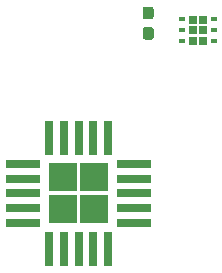
<source format=gtp>
G04 #@! TF.GenerationSoftware,KiCad,Pcbnew,(5.1.7)-1*
G04 #@! TF.CreationDate,2021-11-12T18:57:48+01:00*
G04 #@! TF.ProjectId,CO2-Breakout,434f322d-4272-4656-916b-6f75742e6b69,rev?*
G04 #@! TF.SameCoordinates,Original*
G04 #@! TF.FileFunction,Paste,Top*
G04 #@! TF.FilePolarity,Positive*
%FSLAX46Y46*%
G04 Gerber Fmt 4.6, Leading zero omitted, Abs format (unit mm)*
G04 Created by KiCad (PCBNEW (5.1.7)-1) date 2021-11-12 18:57:48*
%MOMM*%
%LPD*%
G01*
G04 APERTURE LIST*
%ADD10R,0.660000X0.730000*%
%ADD11R,0.630000X0.450000*%
%ADD12R,2.400000X2.400000*%
%ADD13R,0.800000X3.000000*%
%ADD14R,3.000000X0.800000*%
G04 APERTURE END LIST*
G04 #@! TO.C,C1*
G36*
G01*
X107437500Y-88475000D02*
X106962500Y-88475000D01*
G75*
G02*
X106725000Y-88237500I0J237500D01*
G01*
X106725000Y-87637500D01*
G75*
G02*
X106962500Y-87400000I237500J0D01*
G01*
X107437500Y-87400000D01*
G75*
G02*
X107675000Y-87637500I0J-237500D01*
G01*
X107675000Y-88237500D01*
G75*
G02*
X107437500Y-88475000I-237500J0D01*
G01*
G37*
G36*
G01*
X107437500Y-90200000D02*
X106962500Y-90200000D01*
G75*
G02*
X106725000Y-89962500I0J237500D01*
G01*
X106725000Y-89362500D01*
G75*
G02*
X106962500Y-89125000I237500J0D01*
G01*
X107437500Y-89125000D01*
G75*
G02*
X107675000Y-89362500I0J-237500D01*
G01*
X107675000Y-89962500D01*
G75*
G02*
X107437500Y-90200000I-237500J0D01*
G01*
G37*
G04 #@! TD*
D10*
G04 #@! TO.C,U1*
X111825000Y-90266000D03*
X110975000Y-90266000D03*
X111825000Y-89400000D03*
X110975000Y-89400000D03*
X110975000Y-88534000D03*
X111825000Y-88534000D03*
D11*
X110060000Y-90350000D03*
X110060000Y-89400000D03*
X110060000Y-88450000D03*
X112740000Y-88450000D03*
X112740000Y-89400000D03*
X112740000Y-90350000D03*
G04 #@! TD*
D12*
G04 #@! TO.C,SCD1*
X102650000Y-104550000D03*
X102650000Y-101850000D03*
X99950000Y-101850000D03*
D13*
X98800000Y-107900000D03*
X100050000Y-107900000D03*
X101300000Y-107900000D03*
X102550000Y-107900000D03*
X103800000Y-107900000D03*
X103800000Y-98500000D03*
D14*
X96600000Y-100700000D03*
X106000000Y-105700000D03*
X106000000Y-104450000D03*
X106000000Y-103200000D03*
X106000000Y-101950000D03*
X106000000Y-100700000D03*
D13*
X102550000Y-98500000D03*
X101300000Y-98500000D03*
X100050000Y-98500000D03*
X98800000Y-98500000D03*
D14*
X96600000Y-101950000D03*
X96600000Y-103200000D03*
X96600000Y-104450000D03*
X96600000Y-105700000D03*
D12*
X99950000Y-104550000D03*
G04 #@! TD*
M02*

</source>
